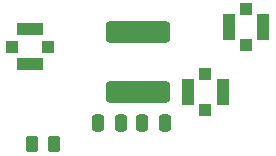
<source format=gbr>
%TF.GenerationSoftware,KiCad,Pcbnew,8.0.5*%
%TF.CreationDate,2024-10-10T12:36:06+02:00*%
%TF.ProjectId,MosTest_GanFet,4d6f7354-6573-4745-9f47-616e4665742e,rev?*%
%TF.SameCoordinates,Original*%
%TF.FileFunction,Paste,Bot*%
%TF.FilePolarity,Positive*%
%FSLAX46Y46*%
G04 Gerber Fmt 4.6, Leading zero omitted, Abs format (unit mm)*
G04 Created by KiCad (PCBNEW 8.0.5) date 2024-10-10 12:36:06*
%MOMM*%
%LPD*%
G01*
G04 APERTURE LIST*
G04 Aperture macros list*
%AMRoundRect*
0 Rectangle with rounded corners*
0 $1 Rounding radius*
0 $2 $3 $4 $5 $6 $7 $8 $9 X,Y pos of 4 corners*
0 Add a 4 corners polygon primitive as box body*
4,1,4,$2,$3,$4,$5,$6,$7,$8,$9,$2,$3,0*
0 Add four circle primitives for the rounded corners*
1,1,$1+$1,$2,$3*
1,1,$1+$1,$4,$5*
1,1,$1+$1,$6,$7*
1,1,$1+$1,$8,$9*
0 Add four rect primitives between the rounded corners*
20,1,$1+$1,$2,$3,$4,$5,0*
20,1,$1+$1,$4,$5,$6,$7,0*
20,1,$1+$1,$6,$7,$8,$9,0*
20,1,$1+$1,$8,$9,$2,$3,0*%
G04 Aperture macros list end*
%ADD10R,1.000000X1.000000*%
%ADD11R,2.200000X1.050000*%
%ADD12R,1.050000X2.200000*%
%ADD13RoundRect,0.250000X0.250000X0.475000X-0.250000X0.475000X-0.250000X-0.475000X0.250000X-0.475000X0*%
%ADD14RoundRect,0.250000X-0.262500X-0.450000X0.262500X-0.450000X0.262500X0.450000X-0.262500X0.450000X0*%
%ADD15RoundRect,0.250000X2.450000X-0.650000X2.450000X0.650000X-2.450000X0.650000X-2.450000X-0.650000X0*%
%ADD16RoundRect,0.250000X-0.250000X-0.475000X0.250000X-0.475000X0.250000X0.475000X-0.250000X0.475000X0*%
G04 APERTURE END LIST*
D10*
%TO.C,PWM_IN1*%
X122000000Y-37975000D03*
D11*
X123500000Y-39450000D03*
D10*
X125000000Y-37975000D03*
D11*
X123500000Y-36500000D03*
%TD*%
D10*
%TO.C,Post_Filter1*%
X141775000Y-37800000D03*
D12*
X143250000Y-36300000D03*
D10*
X141775000Y-34800000D03*
D12*
X140300000Y-36300000D03*
%TD*%
D13*
%TO.C,C2*%
X131150000Y-44400000D03*
X129250000Y-44400000D03*
%TD*%
D14*
%TO.C,R3*%
X123687500Y-46200000D03*
X125512500Y-46200000D03*
%TD*%
D15*
%TO.C,C11*%
X132630000Y-41800000D03*
X132630000Y-36700000D03*
%TD*%
D10*
%TO.C,Pre_Filter1*%
X138310000Y-43300000D03*
D12*
X139785000Y-41800000D03*
D10*
X138310000Y-40300000D03*
D12*
X136835000Y-41800000D03*
%TD*%
D16*
%TO.C,C12*%
X133000000Y-44400000D03*
X134900000Y-44400000D03*
%TD*%
M02*

</source>
